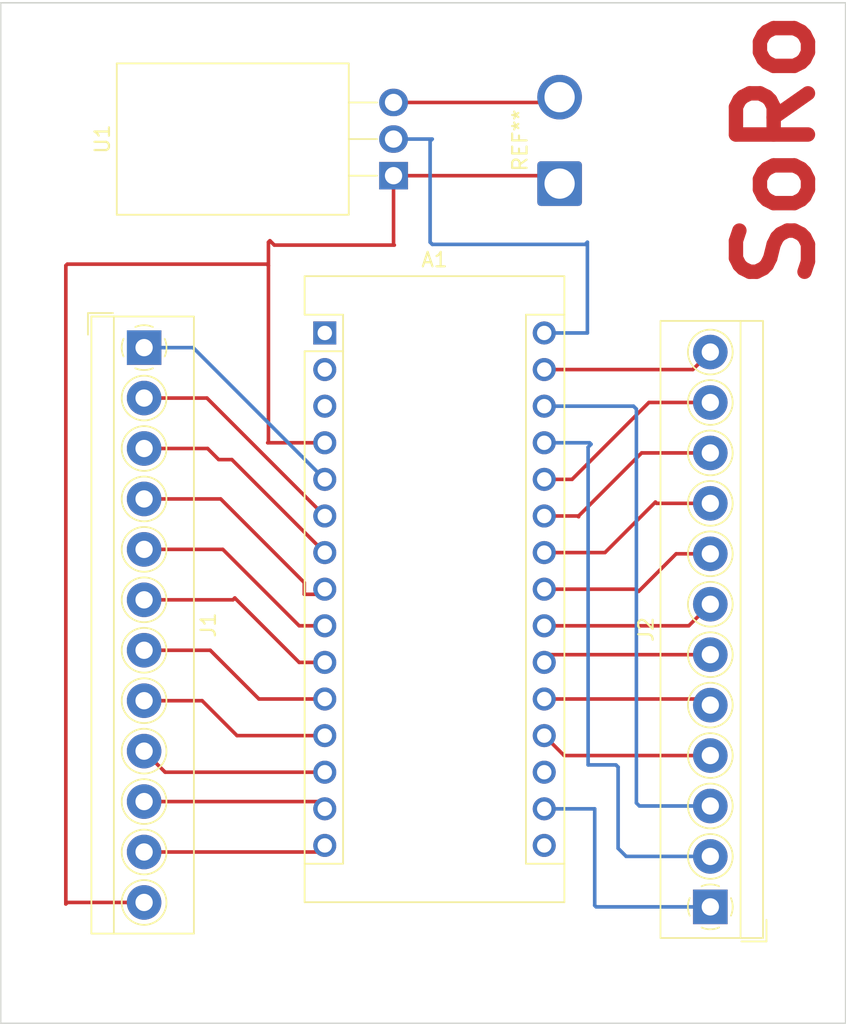
<source format=kicad_pcb>
(kicad_pcb (version 20211014) (generator pcbnew)
  (layers (0 "F.Cu" signal) (31 "B.Cu" signal) (34 "B.Paste" user) (35 "F.Paste" user) (36 "B.SilkS" user "B.Silkscreen") (37 "F.SilkS" user "F.Silkscreen") (38 "B.Mask" user) (39 "F.Mask" user) (44 "Edge.Cuts" user))
  (net 0 "")
  (net 4 "GND")
  (net 5 "Net-(A1-Pad5)")
  (net 6 "Net-(A1-Pad6)")
  (net 7 "Net-(A1-Pad7)")
  (net 8 "Net-(A1-Pad8)")
  (net 9 "Net-(A1-Pad9)")
  (net 10 "Net-(A1-Pad10)")
  (net 11 "Net-(A1-Pad11)")
  (net 12 "Net-(A1-Pad12)")
  (net 13 "Net-(A1-Pad13)")
  (net 14 "Net-(A1-Pad14)")
  (net 15 "Net-(A1-Pad15)")
  (net 17 "Net-(A1-Pad17)")
  (net 19 "Net-(A1-Pad19)")
  (net 20 "Net-(A1-Pad20)")
  (net 21 "Net-(A1-Pad21)")
  (net 22 "Net-(A1-Pad22)")
  (net 23 "Net-(A1-Pad23)")
  (net 24 "Net-(A1-Pad24)")
  (net 25 "Net-(A1-Pad25)")
  (net 26 "Net-(A1-Pad26)")
  (net 27 "Net-(A1-Pad27)")
  (net 28 "Net-(A1-Pad28)")
  (net 29 "Net-(A1-Pad29)")
  (net 30 "Net-(A1-Pad30)")
  (net 31 "+BATT")
  (footprint "Package_TO_SOT_THT:TO-220F-3_Horizontal_TabDown" (layer "F.Cu") (at 135.128 72.296 90)
    (fp_text reference "U1" (at 2.54 -20.22 90) (layer "F.SilkS"))
    (fp_text value "LM1084-5.0" hide)
    (fp_line (start 7.79 -19.22) (end 7.79 -3.11) (layer "F.SilkS") (width 0.12))
    (fp_line (start -2.71 -19.22) (end -2.71 -3.11) (layer "F.SilkS") (width 0.12))
    (fp_line (start 2.54 -3.11) (end 2.54 -1.15) (layer "F.SilkS") (width 0.12))
    (fp_line (start 5.08 -3.11) (end 5.08 -1.15) (layer "F.SilkS") (width 0.12))
    (fp_line (start -2.71 -3.11) (end 7.79 -3.11) (layer "F.SilkS") (width 0.12))
    (fp_line (start 0 -3.11) (end 0 -1.15) (layer "F.SilkS") (width 0.12))
    (fp_line (start -2.71 -19.22) (end 7.79 -19.22) (layer "F.SilkS") (width 0.12))
    (pad "" np_thru_hole oval (at 2.54 -15.8 90) (size 3.5 3.5) (drill 3.5) (layers *.Cu *.Mask))
    (pad "1" thru_hole rect (at 0 0 90) (size 1.905 2) (drill 1.2) (layers *.Cu *.Mask) (net 4 "GND"))
    (pad "2" thru_hole oval (at 2.54 0 90) (size 1.905 2) (drill 1.2) (layers *.Cu *.Mask) (net 30 "Net-(A1-Pad30)"))
    (pad "3" thru_hole oval (at 5.08 0 90) (size 1.905 2) (drill 1.2) (layers *.Cu *.Mask) (net 31 "+BATT"))
  )
  (footprint "Connector_Wire:SolderWire-1.5sqmm_1x02_P6mm_D1.7mm_OD3mm" (layer "F.Cu") (at 146.6596 72.8472 90)
    (fp_text reference "REF**" (at 3 -2.75 90) (layer "F.SilkS"))
    (fp_text value "SolderWire-1.5sqmm_1x02_P6mm_D1.7mm_OD3mm" hide)
    (pad "1" thru_hole roundrect (at 0 0 90) (size 3.1 3.1) (drill 2.1) (layers *.Cu *.Mask) (roundrect_rratio 0.08064483871) (net 4 "GND"))
    (pad "2" thru_hole circle (at 6 0 90) (size 3.1 3.1) (drill 2.1) (layers *.Cu *.Mask) (net 31 "+BATT"))
  )
  (footprint "Module:Arduino_Nano" (layer "F.Cu") (at 130.3528 83.2104)
    (fp_text reference "A1" (at 7.62 -5.08) (layer "F.SilkS"))
    (fp_text value "Arduino_Nano_v3.x" hide)
    (fp_line (start -1.4 -3.94) (end -1.4 -1.27) (layer "F.SilkS") (width 0.12))
    (fp_line (start -1.4 1.27) (end -1.4 39.5) (layer "F.SilkS") (width 0.12))
    (fp_line (start 13.97 -1.27) (end 16.64 -1.27) (layer "F.SilkS") (width 0.12))
    (fp_line (start 16.64 -3.94) (end -1.4 -3.94) (layer "F.SilkS") (width 0.12))
    (fp_line (start 16.64 39.5) (end 16.64 -3.94) (layer "F.SilkS") (width 0.12))
    (fp_line (start 13.97 36.83) (end 16.64 36.83) (layer "F.SilkS") (width 0.12))
    (fp_line (start 1.27 1.27) (end 1.27 36.83) (layer "F.SilkS") (width 0.12))
    (fp_line (start 1.27 -1.27) (end -1.4 -1.27) (layer "F.SilkS") (width 0.12))
    (fp_line (start -1.4 39.5) (end 16.64 39.5) (layer "F.SilkS") (width 0.12))
    (fp_line (start 1.27 1.27) (end -1.4 1.27) (layer "F.SilkS") (width 0.12))
    (fp_line (start 1.27 36.83) (end -1.4 36.83) (layer "F.SilkS") (width 0.12))
    (fp_line (start 1.27 1.27) (end 1.27 -1.27) (layer "F.SilkS") (width 0.12))
    (fp_line (start 13.97 -1.27) (end 13.97 36.83) (layer "F.SilkS") (width 0.12))
    (pad "1" thru_hole rect (at 0 0) (size 1.6 1.6) (drill 1) (layers *.Cu *.Mask))
    (pad "2" thru_hole oval (at 0 2.54) (size 1.6 1.6) (drill 1) (layers *.Cu *.Mask))
    (pad "3" thru_hole oval (at 0 5.08) (size 1.6 1.6) (drill 1) (layers *.Cu *.Mask))
    (pad "4" thru_hole oval (at 0 7.62) (size 1.6 1.6) (drill 1) (layers *.Cu *.Mask) (net 4 "GND"))
    (pad "5" thru_hole oval (at 0 10.16) (size 1.6 1.6) (drill 1) (layers *.Cu *.Mask) (net 5 "Net-(A1-Pad5)"))
    (pad "6" thru_hole oval (at 0 12.7) (size 1.6 1.6) (drill 1) (layers *.Cu *.Mask) (net 6 "Net-(A1-Pad6)"))
    (pad "7" thru_hole oval (at 0 15.24) (size 1.6 1.6) (drill 1) (layers *.Cu *.Mask) (net 7 "Net-(A1-Pad7)"))
    (pad "8" thru_hole oval (at 0 17.78) (size 1.6 1.6) (drill 1) (layers *.Cu *.Mask) (net 8 "Net-(A1-Pad8)"))
    (pad "9" thru_hole oval (at 0 20.32) (size 1.6 1.6) (drill 1) (layers *.Cu *.Mask) (net 9 "Net-(A1-Pad9)"))
    (pad "10" thru_hole oval (at 0 22.86) (size 1.6 1.6) (drill 1) (layers *.Cu *.Mask) (net 10 "Net-(A1-Pad10)"))
    (pad "11" thru_hole oval (at 0 25.4) (size 1.6 1.6) (drill 1) (layers *.Cu *.Mask) (net 11 "Net-(A1-Pad11)"))
    (pad "12" thru_hole oval (at 0 27.94) (size 1.6 1.6) (drill 1) (layers *.Cu *.Mask) (net 12 "Net-(A1-Pad12)"))
    (pad "13" thru_hole oval (at 0 30.48) (size 1.6 1.6) (drill 1) (layers *.Cu *.Mask) (net 13 "Net-(A1-Pad13)"))
    (pad "14" thru_hole oval (at 0 33.02) (size 1.6 1.6) (drill 1) (layers *.Cu *.Mask) (net 14 "Net-(A1-Pad14)"))
    (pad "15" thru_hole oval (at 0 35.56) (size 1.6 1.6) (drill 1) (layers *.Cu *.Mask) (net 15 "Net-(A1-Pad15)"))
    (pad "16" thru_hole oval (at 15.24 35.56) (size 1.6 1.6) (drill 1) (layers *.Cu *.Mask))
    (pad "17" thru_hole oval (at 15.24 33.02) (size 1.6 1.6) (drill 1) (layers *.Cu *.Mask) (net 17 "Net-(A1-Pad17)"))
    (pad "18" thru_hole oval (at 15.24 30.48) (size 1.6 1.6) (drill 1) (layers *.Cu *.Mask))
    (pad "19" thru_hole oval (at 15.24 27.94) (size 1.6 1.6) (drill 1) (layers *.Cu *.Mask) (net 19 "Net-(A1-Pad19)"))
    (pad "20" thru_hole oval (at 15.24 25.4) (size 1.6 1.6) (drill 1) (layers *.Cu *.Mask) (net 20 "Net-(A1-Pad20)"))
    (pad "21" thru_hole oval (at 15.24 22.86) (size 1.6 1.6) (drill 1) (layers *.Cu *.Mask) (net 21 "Net-(A1-Pad21)"))
    (pad "22" thru_hole oval (at 15.24 20.32) (size 1.6 1.6) (drill 1) (layers *.Cu *.Mask) (net 22 "Net-(A1-Pad22)"))
    (pad "23" thru_hole oval (at 15.24 17.78) (size 1.6 1.6) (drill 1) (layers *.Cu *.Mask) (net 23 "Net-(A1-Pad23)"))
    (pad "24" thru_hole oval (at 15.24 15.24) (size 1.6 1.6) (drill 1) (layers *.Cu *.Mask) (net 24 "Net-(A1-Pad24)"))
    (pad "25" thru_hole oval (at 15.24 12.7) (size 1.6 1.6) (drill 1) (layers *.Cu *.Mask) (net 25 "Net-(A1-Pad25)"))
    (pad "26" thru_hole oval (at 15.24 10.16) (size 1.6 1.6) (drill 1) (layers *.Cu *.Mask) (net 26 "Net-(A1-Pad26)"))
    (pad "27" thru_hole oval (at 15.24 7.62) (size 1.6 1.6) (drill 1) (layers *.Cu *.Mask) (net 27 "Net-(A1-Pad27)"))
    (pad "28" thru_hole oval (at 15.24 5.08) (size 1.6 1.6) (drill 1) (layers *.Cu *.Mask) (net 28 "Net-(A1-Pad28)"))
    (pad "29" thru_hole oval (at 15.24 2.54) (size 1.6 1.6) (drill 1) (layers *.Cu *.Mask) (net 29 "Net-(A1-Pad29)"))
    (pad "30" thru_hole oval (at 15.24 0) (size 1.6 1.6) (drill 1) (layers *.Cu *.Mask) (net 30 "Net-(A1-Pad30)"))
  )
  (footprint "TerminalBlock_4Ucon:TerminalBlock_4Ucon_1x12_P3.50mm_Horizontal" (layer "F.Cu") (at 117.8052 84.228 -90)
    (fp_text reference "J1" (at 19.25 -4.46 90) (layer "F.SilkS"))
    (fp_text value "Screw_Terminal_01x12" hide)
    (fp_line (start 40.66 -3.46) (end 40.66 3.66) (layer "F.SilkS") (width 0.12))
    (fp_line (start -2.16 -3.46) (end -2.16 3.66) (layer "F.SilkS") (width 0.12))
    (fp_line (start -2.16 -3.46) (end 40.66 -3.46) (layer "F.SilkS") (width 0.12))
    (fp_line (start -2.4 2.16) (end -2.4 3.9) (layer "F.SilkS") (width 0.12))
    (fp_line (start -2.4 3.9) (end -0.9 3.9) (layer "F.SilkS") (width 0.12))
    (fp_line (start -2.16 3.66) (end 40.66 3.66) (layer "F.SilkS") (width 0.12))
    (fp_line (start -2.16 2.1) (end 40.66 2.1) (layer "F.SilkS") (width 0.12))
    (fp_arc (start 0.607587 1.431385) (mid 0.310017 1.523783) (end 0 1.555) (layer "F.SilkS") (width 0.12))
    (fp_arc (start 1.432109 -0.607742) (mid 1.555727 0.00014) (end 1.432 0.608) (layer "F.SilkS") (width 0.12))
    (fp_arc (start -1.432109 0.607742) (mid -1.555727 -0.00014) (end -1.432 -0.608) (layer "F.SilkS") (width 0.12))
    (fp_arc (start -0.607742 -1.432109) (mid 0.00014 -1.555727) (end 0.608 -1.432) (layer "F.SilkS") (width 0.12))
    (fp_arc (start 0.027011 1.555493) (mid -0.296984 1.527118) (end -0.608 1.432) (layer "F.SilkS") (width 0.12))
    (fp_circle (center 17.5 0) (end 19.055 0) (layer "F.SilkS") (width 0.12) (fill none))
    (fp_circle (center 3.5 0) (end 5.055 0) (layer "F.SilkS") (width 0.12) (fill none))
    (fp_circle (center 21 0) (end 22.555 0) (layer "F.SilkS") (width 0.12) (fill none))
    (fp_circle (center 14 0) (end 15.555 0) (layer "F.SilkS") (width 0.12) (fill none))
    (fp_circle (center 10.5 0) (end 12.055 0) (layer "F.SilkS") (width 0.12) (fill none))
    (fp_circle (center 38.5 0) (end 40.055 0) (layer "F.SilkS") (width 0.12) (fill none))
    (fp_circle (center 24.5 0) (end 26.055 0) (layer "F.SilkS") (width 0.12) (fill none))
    (fp_circle (center 7 0) (end 8.555 0) (layer "F.SilkS") (width 0.12) (fill none))
    (fp_circle (center 35 0) (end 36.555 0) (layer "F.SilkS") (width 0.12) (fill none))
    (fp_circle (center 28 0) (end 29.555 0) (layer "F.SilkS") (width 0.12) (fill none))
    (fp_circle (center 31.5 0) (end 33.055 0) (layer "F.SilkS") (width 0.12) (fill none))
    (pad "1" thru_hole rect (at 0 0 270) (size 2.4 2.4) (drill 1.2) (layers *.Cu *.Mask) (net 5 "Net-(A1-Pad5)"))
    (pad "2" thru_hole circle (at 3.5 0 270) (size 2.4 2.4) (drill 1.2) (layers *.Cu *.Mask) (net 6 "Net-(A1-Pad6)"))
    (pad "3" thru_hole circle (at 7 0 270) (size 2.4 2.4) (drill 1.2) (layers *.Cu *.Mask) (net 7 "Net-(A1-Pad7)"))
    (pad "4" thru_hole circle (at 10.5 0 270) (size 2.4 2.4) (drill 1.2) (layers *.Cu *.Mask) (net 8 "Net-(A1-Pad8)"))
    (pad "5" thru_hole circle (at 14 0 270) (size 2.4 2.4) (drill 1.2) (layers *.Cu *.Mask) (net 9 "Net-(A1-Pad9)"))
    (pad "6" thru_hole circle (at 17.5 0 270) (size 2.4 2.4) (drill 1.2) (layers *.Cu *.Mask) (net 10 "Net-(A1-Pad10)"))
    (pad "7" thru_hole circle (at 21 0 270) (size 2.4 2.4) (drill 1.2) (layers *.Cu *.Mask) (net 11 "Net-(A1-Pad11)"))
    (pad "8" thru_hole circle (at 24.5 0 270) (size 2.4 2.4) (drill 1.2) (layers *.Cu *.Mask) (net 12 "Net-(A1-Pad12)"))
    (pad "9" thru_hole circle (at 28 0 270) (size 2.4 2.4) (drill 1.2) (layers *.Cu *.Mask) (net 13 "Net-(A1-Pad13)"))
    (pad "10" thru_hole circle (at 31.5 0 270) (size 2.4 2.4) (drill 1.2) (layers *.Cu *.Mask) (net 14 "Net-(A1-Pad14)"))
    (pad "11" thru_hole circle (at 35 0 270) (size 2.4 2.4) (drill 1.2) (layers *.Cu *.Mask) (net 15 "Net-(A1-Pad15)"))
    (pad "12" thru_hole circle (at 38.5 0 270) (size 2.4 2.4) (drill 1.2) (layers *.Cu *.Mask) (net 4 "GND"))
  )
  (footprint "TerminalBlock_4Ucon:TerminalBlock_4Ucon_1x12_P3.50mm_Horizontal" (layer "F.Cu") (at 157.126 123.0344 90)
    (fp_text reference "J2" (at 19.25 -4.46 90) (layer "F.SilkS"))
    (fp_text value "Screw_Terminal_01x12" hide)
    (fp_line (start -2.16 -3.46) (end -2.16 3.66) (layer "F.SilkS") (width 0.12))
    (fp_line (start -2.16 -3.46) (end 40.66 -3.46) (layer "F.SilkS") (width 0.12))
    (fp_line (start -2.16 3.66) (end 40.66 3.66) (layer "F.SilkS") (width 0.12))
    (fp_line (start -2.4 2.16) (end -2.4 3.9) (layer "F.SilkS") (width 0.12))
    (fp_line (start -2.16 2.1) (end 40.66 2.1) (layer "F.SilkS") (width 0.12))
    (fp_line (start 40.66 -3.46) (end 40.66 3.66) (layer "F.SilkS") (width 0.12))
    (fp_line (start -2.4 3.9) (end -0.9 3.9) (layer "F.SilkS") (width 0.12))
    (fp_arc (start 1.432109 -0.607742) (mid 1.555727 0.00014) (end 1.432 0.608) (layer "F.SilkS") (width 0.12))
    (fp_arc (start -0.607742 -1.432109) (mid 0.00014 -1.555727) (end 0.608 -1.432) (layer "F.SilkS") (width 0.12))
    (fp_arc (start -1.432109 0.607742) (mid -1.555727 -0.00014) (end -1.432 -0.608) (layer "F.SilkS") (width 0.12))
    (fp_arc (start 0.607587 1.431385) (mid 0.310017 1.523783) (end 0 1.555) (layer "F.SilkS") (width 0.12))
    (fp_arc (start 0.027011 1.555493) (mid -0.296984 1.527118) (end -0.608 1.432) (layer "F.SilkS") (width 0.12))
    (fp_circle (center 17.5 0) (end 19.055 0) (layer "F.SilkS") (width 0.12) (fill none))
    (fp_circle (center 35 0) (end 36.555 0) (layer "F.SilkS") (width 0.12) (fill none))
    (fp_circle (center 24.5 0) (end 26.055 0) (layer "F.SilkS") (width 0.12) (fill none))
    (fp_circle (center 7 0) (end 8.555 0) (layer "F.SilkS") (width 0.12) (fill none))
    (fp_circle (center 14 0) (end 15.555 0) (layer "F.SilkS") (width 0.12) (fill none))
    (fp_circle (center 21 0) (end 22.555 0) (layer "F.SilkS") (width 0.12) (fill none))
    (fp_circle (center 28 0) (end 29.555 0) (layer "F.SilkS") (width 0.12) (fill none))
    (fp_circle (center 38.5 0) (end 40.055 0) (layer "F.SilkS") (width 0.12) (fill none))
    (fp_circle (center 10.5 0) (end 12.055 0) (layer "F.SilkS") (width 0.12) (fill none))
    (fp_circle (center 31.5 0) (end 33.055 0) (layer "F.SilkS") (width 0.12) (fill none))
    (fp_circle (center 3.5 0) (end 5.055 0) (layer "F.SilkS") (width 0.12) (fill none))
    (pad "1" thru_hole rect (at 0 0 90) (size 2.4 2.4) (drill 1.2) (layers *.Cu *.Mask) (net 17 "Net-(A1-Pad17)"))
    (pad "2" thru_hole circle (at 3.5 0 90) (size 2.4 2.4) (drill 1.2) (layers *.Cu *.Mask) (net 27 "Net-(A1-Pad27)"))
    (pad "3" thru_hole circle (at 7 0 90) (size 2.4 2.4) (drill 1.2) (layers *.Cu *.Mask) (net 28 "Net-(A1-Pad28)"))
    (pad "4" thru_hole circle (at 10.5 0 90) (size 2.4 2.4) (drill 1.2) (layers *.Cu *.Mask) (net 19 "Net-(A1-Pad19)"))
    (pad "5" thru_hole circle (at 14 0 90) (size 2.4 2.4) (drill 1.2) (layers *.Cu *.Mask) (net 20 "Net-(A1-Pad20)"))
    (pad "6" thru_hole circle (at 17.5 0 90) (size 2.4 2.4) (drill 1.2) (layers *.Cu *.Mask) (net 21 "Net-(A1-Pad21)"))
    (pad "7" thru_hole circle (at 21 0 90) (size 2.4 2.4) (drill 1.2) (layers *.Cu *.Mask) (net 22 "Net-(A1-Pad22)"))
    (pad "8" thru_hole circle (at 24.5 0 90) (size 2.4 2.4) (drill 1.2) (layers *.Cu *.Mask) (net 23 "Net-(A1-Pad23)"))
    (pad "9" thru_hole circle (at 28 0 90) (size 2.4 2.4) (drill 1.2) (layers *.Cu *.Mask) (net 24 "Net-(A1-Pad24)"))
    (pad "10" thru_hole circle (at 31.5 0 90) (size 2.4 2.4) (drill 1.2) (layers *.Cu *.Mask) (net 25 "Net-(A1-Pad25)"))
    (pad "11" thru_hole circle (at 35 0 90) (size 2.4 2.4) (drill 1.2) (layers *.Cu *.Mask) (net 26 "Net-(A1-Pad26)"))
    (pad "12" thru_hole circle (at 38.5 0 90) (size 2.4 2.4) (drill 1.2) (layers *.Cu *.Mask) (net 29 "Net-(A1-Pad29)"))
  )
  (gr_rect (start 166.5224 131.1148) (end 107.8484 60.2996) (layer "Edge.Cuts") (width 0.1) (fill none))
  (gr_text "SoRo" (at 161.6456 70.5104 90) (layer "F.Cu") (effects (font (size 5 5) (thickness 1))))
  (segment (start 126.3904 90.8304) (end 130.3528 90.8304) (width 0.25) (layer "F.Cu") (net 4))
  (segment (start 112.3696 122.8344) (end 112.3696 78.5368) (width 0.25) (layer "F.Cu") (net 4))
  (segment (start 126.5428 76.8096) (end 126.4412 76.9112) (width 0.25) (layer "F.Cu") (net 4))
  (segment (start 126.4412 90.7796) (end 126.3904 90.8304) (width 0.25) (layer "F.Cu") (net 4))
  (segment (start 135.128 72.296) (end 135.128 77.0636) (width 0.25) (layer "F.Cu") (net 4))
  (segment (start 112.3696 78.5368) (end 112.4712 78.4352) (width 0.25) (layer "F.Cu") (net 4))
  (segment (start 146.1084 72.296) (end 146.6596 72.8472) (width 0.25) (layer "F.Cu") (net 4))
  (segment (start 126.4412 76.9112) (end 126.4412 78.5368) (width 0.25) (layer "F.Cu") (net 4))
  (segment (start 126.3396 78.4352) (end 126.4412 78.5368) (width 0.25) (layer "F.Cu") (net 4))
  (segment (start 117.8052 122.728) (end 112.476 122.728) (width 0.25) (layer "F.Cu") (net 4))
  (segment (start 135.128 72.296) (end 146.1084 72.296) (width 0.25) (layer "F.Cu") (net 4))
  (segment (start 126.8476 77.1144) (end 126.5428 76.8096) (width 0.25) (layer "F.Cu") (net 4))
  (segment (start 135.1788 77.1144) (end 126.8476 77.1144) (width 0.25) (layer "F.Cu") (net 4))
  (segment (start 112.476 122.728) (end 112.3696 122.8344) (width 0.25) (layer "F.Cu") (net 4))
  (segment (start 126.4412 78.5368) (end 126.4412 90.7796) (width 0.25) (layer "F.Cu") (net 4))
  (segment (start 112.4712 78.4352) (end 126.3396 78.4352) (width 0.25) (layer "F.Cu") (net 4))
  (segment (start 135.128 77.0636) (end 135.1788 77.1144) (width 0.25) (layer "F.Cu") (net 4))
  (segment (start 117.8052 84.228) (end 121.2104 84.228) (width 0.25) (layer "B.Cu") (net 5))
  (segment (start 121.2104 84.228) (end 130.3528 93.3704) (width 0.25) (layer "B.Cu") (net 5))
  (segment (start 122.1704 87.728) (end 130.3528 95.9104) (width 0.25) (layer "F.Cu") (net 6))
  (segment (start 117.8052 87.728) (end 122.1704 87.728) (width 0.25) (layer "F.Cu") (net 6))
  (segment (start 123.9012 91.9988) (end 122.9868 91.9988) (width 0.25) (layer "F.Cu") (net 7))
  (segment (start 122.216 91.228) (end 117.8052 91.228) (width 0.25) (layer "F.Cu") (net 7))
  (segment (start 122.9868 91.9988) (end 122.216 91.228) (width 0.25) (layer "F.Cu") (net 7))
  (segment (start 130.3528 98.4504) (end 123.9012 91.9988) (width 0.25) (layer "F.Cu") (net 7))
  (segment (start 128.9304 101.346) (end 129.9972 101.346) (width 0.25) (layer "F.Cu") (net 8))
  (segment (start 129.9972 101.346) (end 130.3528 100.9904) (width 0.25) (layer "F.Cu") (net 8))
  (segment (start 117.8052 94.728) (end 123.1252 94.728) (width 0.25) (layer "F.Cu") (net 8))
  (segment (start 123.1252 94.728) (end 128.9304 100.5332) (width 0.25) (layer "F.Cu") (net 8))
  (segment (start 128.9304 100.5332) (end 128.9304 101.346) (width 0.25) (layer "F.Cu") (net 8))
  (segment (start 130.3528 103.5304) (end 128.5748 103.5304) (width 0.25) (layer "F.Cu") (net 9))
  (segment (start 128.5748 103.5304) (end 123.2724 98.228) (width 0.25) (layer "F.Cu") (net 9))
  (segment (start 123.2724 98.228) (end 117.8052 98.228) (width 0.25) (layer "F.Cu") (net 9))
  (segment (start 124.1044 101.6) (end 128.5748 106.0704) (width 0.25) (layer "F.Cu") (net 10))
  (segment (start 123.9764 101.728) (end 124.1044 101.6) (width 0.25) (layer "F.Cu") (net 10))
  (segment (start 117.8052 101.728) (end 123.9764 101.728) (width 0.25) (layer "F.Cu") (net 10))
  (segment (start 128.5748 106.0704) (end 130.3528 106.0704) (width 0.25) (layer "F.Cu") (net 10))
  (segment (start 130.3528 108.6104) (end 125.7808 108.6104) (width 0.25) (layer "F.Cu") (net 11))
  (segment (start 122.3984 105.228) (end 117.8052 105.228) (width 0.25) (layer "F.Cu") (net 11))
  (segment (start 125.7808 108.6104) (end 122.3984 105.228) (width 0.25) (layer "F.Cu") (net 11))
  (segment (start 121.8344 108.728) (end 124.2568 111.1504) (width 0.25) (layer "F.Cu") (net 12))
  (segment (start 124.2568 111.1504) (end 130.3528 111.1504) (width 0.25) (layer "F.Cu") (net 12))
  (segment (start 117.8052 108.728) (end 121.8344 108.728) (width 0.25) (layer "F.Cu") (net 12))
  (segment (start 119.2676 113.6904) (end 117.8052 112.228) (width 0.25) (layer "F.Cu") (net 13))
  (segment (start 130.3528 113.6904) (end 119.2676 113.6904) (width 0.25) (layer "F.Cu") (net 13))
  (segment (start 129.8504 115.728) (end 130.3528 116.2304) (width 0.25) (layer "F.Cu") (net 14))
  (segment (start 117.8052 115.728) (end 129.8504 115.728) (width 0.25) (layer "F.Cu") (net 14))
  (segment (start 117.8052 119.228) (end 129.8952 119.228) (width 0.25) (layer "F.Cu") (net 15))
  (segment (start 129.8952 119.228) (end 130.3528 118.7704) (width 0.25) (layer "F.Cu") (net 15))
  (segment (start 149.1964 123.0344) (end 149.098 122.936) (width 0.25) (layer "B.Cu") (net 17))
  (segment (start 149.098 116.2304) (end 145.5928 116.2304) (width 0.25) (layer "B.Cu") (net 17))
  (segment (start 149.098 122.936) (end 149.098 116.2304) (width 0.25) (layer "B.Cu") (net 17))
  (segment (start 157.126 123.0344) (end 149.1964 123.0344) (width 0.25) (layer "B.Cu") (net 17))
  (segment (start 157.126 112.5344) (end 146.9768 112.5344) (width 0.25) (layer "F.Cu") (net 19))
  (segment (start 146.9768 112.5344) (end 145.5928 111.1504) (width 0.25) (layer "F.Cu") (net 19))
  (segment (start 156.702 108.6104) (end 157.126 109.0344) (width 0.25) (layer "F.Cu") (net 20))
  (segment (start 145.5928 108.6104) (end 156.702 108.6104) (width 0.25) (layer "F.Cu") (net 20))
  (segment (start 157.126 105.5344) (end 146.1288 105.5344) (width 0.25) (layer "F.Cu") (net 21))
  (segment (start 146.1288 105.5344) (end 145.5928 106.0704) (width 0.25) (layer "F.Cu") (net 21))
  (segment (start 155.63 103.5304) (end 157.126 102.0344) (width 0.25) (layer "F.Cu") (net 22))
  (segment (start 145.5928 103.5304) (end 155.63 103.5304) (width 0.25) (layer "F.Cu") (net 22))
  (segment (start 154.7544 98.5344) (end 152.146 101.1428) (width 0.25) (layer "F.Cu") (net 23))
  (segment (start 157.126 98.5344) (end 154.7544 98.5344) (width 0.25) (layer "F.Cu") (net 23))
  (segment (start 152.146 101.1428) (end 151.9936 100.9904) (width 0.25) (layer "F.Cu") (net 23))
  (segment (start 151.9936 100.9904) (end 145.5928 100.9904) (width 0.25) (layer "F.Cu") (net 23))
  (segment (start 153.4036 95.0344) (end 157.126 95.0344) (width 0.25) (layer "F.Cu") (net 24))
  (segment (start 145.5928 98.4504) (end 149.8092 98.4504) (width 0.25) (layer "F.Cu") (net 24))
  (segment (start 153.3144 94.9452) (end 153.4036 95.0344) (width 0.25) (layer "F.Cu") (net 24))
  (segment (start 149.8092 98.4504) (end 153.3144 94.9452) (width 0.25) (layer "F.Cu") (net 24))
  (segment (start 147.9804 95.9104) (end 147.9804 95.9612) (width 0.25) (layer "F.Cu") (net 25))
  (segment (start 152.3564 91.5344) (end 147.9804 95.9104) (width 0.25) (layer "F.Cu") (net 25))
  (segment (start 147.9804 95.9612) (end 147.9296 95.9104) (width 0.25) (layer "F.Cu") (net 25))
  (segment (start 157.126 91.5344) (end 152.3564 91.5344) (width 0.25) (layer "F.Cu") (net 25))
  (segment (start 147.9296 95.9104) (end 145.5928 95.9104) (width 0.25) (layer "F.Cu") (net 25))
  (segment (start 152.8592 88.0344) (end 157.126 88.0344) (width 0.25) (layer "F.Cu") (net 26))
  (segment (start 147.5232 93.3704) (end 152.8592 88.0344) (width 0.25) (layer "F.Cu") (net 26))
  (segment (start 145.5928 93.3704) (end 147.5232 93.3704) (width 0.25) (layer "F.Cu") (net 26))
  (segment (start 148.6408 91.1352) (end 148.844 90.932) (width 0.25) (layer "B.Cu") (net 27))
  (segment (start 150.7236 118.9736) (end 150.7236 113.3348) (width 0.25) (layer "B.Cu") (net 27))
  (segment (start 148.6408 113.1824) (end 148.6408 91.1352) (width 0.25) (layer "B.Cu") (net 27))
  (segment (start 148.844 90.932) (end 148.7424 90.8304) (width 0.25) (layer "B.Cu") (net 27))
  (segment (start 150.5712 113.1824) (end 148.6408 113.1824) (width 0.25) (layer "B.Cu") (net 27))
  (segment (start 150.7236 113.3348) (end 150.5712 113.1824) (width 0.25) (layer "B.Cu") (net 27))
  (segment (start 151.2844 119.5344) (end 150.7236 118.9736) (width 0.25) (layer "B.Cu") (net 27))
  (segment (start 148.7424 90.8304) (end 145.5928 90.8304) (width 0.25) (layer "B.Cu") (net 27))
  (segment (start 157.126 119.5344) (end 151.2844 119.5344) (width 0.25) (layer "B.Cu") (net 27))
  (segment (start 151.9936 88.4936) (end 151.7904 88.2904) (width 0.25) (layer "B.Cu") (net 28))
  (segment (start 157.126 116.0344) (end 152.204 116.0344) (width 0.25) (layer "B.Cu") (net 28))
  (segment (start 152.204 116.0344) (end 151.9936 115.824) (width 0.25) (layer "B.Cu") (net 28))
  (segment (start 151.7904 88.2904) (end 145.5928 88.2904) (width 0.25) (layer "B.Cu") (net 28))
  (segment (start 151.9936 115.824) (end 151.9936 88.4936) (width 0.25) (layer "B.Cu") (net 28))
  (segment (start 145.5928 85.7504) (end 155.91 85.7504) (width 0.25) (layer "F.Cu") (net 29))
  (segment (start 155.91 85.7504) (end 157.126 84.5344) (width 0.25) (layer "F.Cu") (net 29))
  (segment (start 145.5928 83.2104) (end 148.59 83.2104) (width 0.25) (layer "B.Cu") (net 30))
  (segment (start 137.8128 69.756) (end 135.128 69.756) (width 0.25) (layer "B.Cu") (net 30))
  (segment (start 137.668 69.9008) (end 137.8128 69.756) (width 0.25) (layer "B.Cu") (net 30))
  (segment (start 137.8204 77.0636) (end 137.668 76.9112) (width 0.25) (layer "B.Cu") (net 30))
  (segment (start 148.59 76.9112) (end 148.4376 77.0636) (width 0.25) (layer "B.Cu") (net 30))
  (segment (start 148.59 83.2104) (end 148.59 76.9112) (width 0.25) (layer "B.Cu") (net 30))
  (segment (start 137.668 76.9112) (end 137.668 69.9008) (width 0.25) (layer "B.Cu") (net 30))
  (segment (start 148.4376 77.0636) (end 137.8204 77.0636) (width 0.25) (layer "B.Cu") (net 30))
  (segment (start 135.128 67.216) (end 146.2908 67.216) (width 0.25) (layer "F.Cu") (net 31))
  (segment (start 146.2908 67.216) (end 146.6596 66.8472) (width 0.25) (layer "F.Cu") (net 31))
)
</source>
